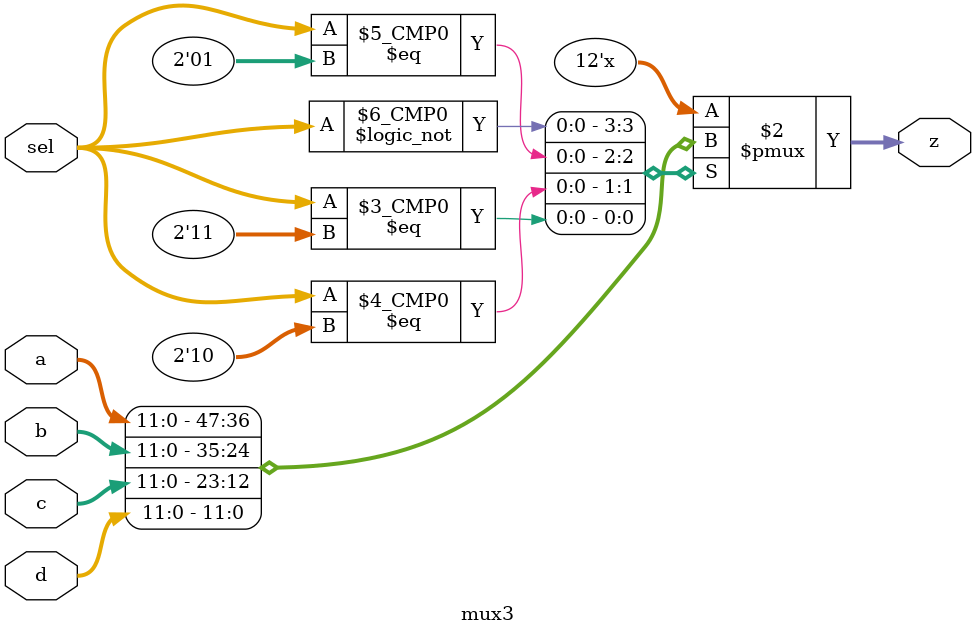
<source format=v>
`timescale 1ns / 1ps


module registerFile(input clk, input write_enable, input[1:0] register_select, input [15:0] data_in, output [15:0] A_Data, output [15:0] B_Data);
reg [15:0]registerBlock[1:0];
assign A_Data = registerBlock[0];
assign B_Data = registerBlock[1];

always@(negedge clk)
begin
    if(write_enable)
        registerBlock[register_select] = data_in;
end
endmodule

module memory(input clk, input [11:0] address, input write_en, input [15:0] data_in, 
              input [11:0] PC, input SW,input SR, input [11:0]SP, 
              output [15:0] instruction, output reg [15:0] data_out, 
              output reg [11:0] newSP, output reg[11:0] w_addr, output reg[15:0] w_data, output [15:0] mem_SP);
 reg [15:0]mem[4095:0];
 reg [16:0] SP_temp;
 assign instruction = mem[PC];//provides data at program counter
 assign mem_SP = mem[SP + 4'h0001];//provides data at the top of the stack
   //initial begin
   /*mem[82] = 16'habcd;
   mem[256] = 16'h0000;
   mem[257] = 16'h0001;
   mem[258] = 16'h0002;
   mem[259] = 16'h0003;
   mem[260] = 16'hffff;
   mem[261] = 16'haaaa;*/
   
   //test1
   /*mem[0] = 16'h7400;//CLB
   mem[1] = 16'h7300;//CLA
   mem[2] = 16'h1104;//LDB 0x0104
   mem[3] = 16'h0102;//LDA 0x0102
   mem[4] = 16'h7500;//CMB
   mem[5] = 16'h7600;//INCB 
   mem[6] = 16'h7100;//ADD
   mem[7] = 16'h1103;//LDB 0x0103
   mem[8] = 16'h7200;//AND
   mem[9] = 16'h2500;//STA 0x0500
   mem[10] = 16'h3500;//LDB 0x0500
   mem[11] = 16'hf400;//HALT
   mem[12] = 16'h0000;//GARBAGE
   mem[13] = 16'h0000;//GARBAGE
   mem[14] = 16'h0000;//GARBAGE*/
   
    //test2
   /*mem[0] = 16'h7400;//CLB
   mem[1] = 16'h7300;//CLA
   mem[2] = 16'h7800;//CLC
   mem[3] = 16'h7900;//CLZ
   mem[4] = 16'h1103;//LDB 0x0103
   mem[5] = 16'h7100;//ADD
   mem[6] = 16'h7700;//DECB
   mem[7] = 16'h7100;//ADD
   mem[8] = 16'h7d00;//SZ
   mem[9] = 16'h4006;//JMP6
   mem[10] = 16'hf400;//HALT
   mem[11] = 16'h0000;//GARBAGE
   mem[12] = 16'h0000;//GARBAGE
   mem[13] = 16'h0000;//GARBAGE*/
   
  //test3
  /*mem[0] = 16'h7400;//CLB
  mem[1] = 16'h7300;//CLA
  mem[2] = 16'h7a00;//ION
  mem[3] = 16'h0104;//LDA 0x0104
  //mem[4] = 16'hc000;//POPA
  mem[4] = 16'hf400;//HALT
  mem[5] = 16'h0000;//GARBAGE
  mem[6] = 16'h0000;//GARBAGE
  mem[7] = 16'h0000;//GARBAGE
  
  //ISR
  mem[512] = 16'h0052;//LDA 0x0052
  mem[513] = 16'h1101;//LDB 0x0101
  mem[514] = 16'h7100;//ADD
  mem[515] = 16'h7400;//CLB
  mem[516] = 16'he000;//RET
  mem[517] = 16'h0000;//GARBAGE
  mem[518] = 16'h0000;//GARBAGE
  mem[519] = 16'h0000;//GARBAGE*/
  
  /*mem[0] = 16'b0000_0000_0101_0110;//LDA M[86]
     mem[1] = 16'b1010_0000_0000_0000;//PUSH A
     mem[2] = 16'b0000_0000_0101_0000;//LDA M[80]
     mem[3] = 16'b0001_0000_0101_0001;//LDB M[81]
     mem[4] = 16'b0010_0000_0101_0010;//STA M[82]
     mem[5] = 16'b0011_0000_0101_0011;//STB M[83]
     mem[6] = 16'b1010_0000_0000_0000;//PUSH A
     mem[7] = 16'b0000_0000_0101_0101;//LDA M[85]
     mem[8] = 16'b1100_0000_0000_0000;//POP A
     mem[9] = 16'b1110_0000_0000_0000;//RET
     mem[80] = 16'b0000_0000_0000_0011;
     mem[81] = 16'b0000_0000_0000_1111;
     mem[85] = 16'b0000_0000_0000_1100;
     mem[86] = 16'b0000_0000_0000_0000;*/
   
    //Option 1
    /*mem[80] = 6; //size of array
    mem[81] = 82; //starting index
    mem[82] = 16'd131;
    mem[83] = 16'd82;
    mem[84] = 16'd77;
    mem[85] = -50;
    mem[86] = 16'd452;
    mem[87] = 16'd241;
    mem[90] = 0;
    
    mem[0] = 16'h0052; //LDA M[82]
    mem[1] = 16'ha000; //PUSH A
    mem[2] = 16'h0053; //LDA M[83]
    mem[3] = 16'ha000; //PUSH A
    mem[4] = 16'h0054; //LDA M[84]
    mem[5] = 16'ha000; //PUSH A
    mem[6] = 16'h0055; //LDA M[85]
    mem[7] = 16'ha000; //PUSH A
    mem[8] = 16'h0056; //LDA M[86]
    mem[9] = 16'ha000; //PUSH A
    mem[10] = 16'h0057; //LDA M[87]
    mem[11] = 16'ha000; //PUSH A
    mem[12] = 16'h7300; //CLA
    mem[13] = 16'h1050; //LDB M[80]
    
    mem[14] = 16'h3050; //STB M[80] //keep track of counter
    mem[15] = 16'h105a; //LDB M[90] //get current sum result
    mem[16] = 16'hc000; //POP A
    mem[17] = 16'h7100; //ADD
    mem[18] = 16'h205a; //STA M[90]
    mem[19] = 16'h1050; //LDB M[80] //load counter value
    mem[20] = 16'h7300;//CLA
    mem[21] = 16'h7700;//DECB
    mem[22] = 16'h7100;//ADD
    mem[23] = 16'h7d00;//SZ
    mem[24] = 16'h400e;//JMP 14
    mem[25] = 16'hf400;//HALT
    mem[26] = 16'h0000;//GARBAGE
    mem[27] = 16'h0000;//GARBAGE
    mem[28] = 16'h0000;//GARBAGE*/
    
    //option 2
   /* mem[80] = 16'h8000;
    mem[81] = 16'h0050; //input A
    mem[82] = 16'h0002; //input B
    
    //subroutine
    mem[100] = 16'h7100; //ADD
    mem[101] = 16'hf300; //double A
    mem[102] = 16'h1050; //LDB M[80]
    mem[103] = 16'h205a; //STA M[90]
    mem[104] = 16'h105a; //LDB M[90]
    mem[105] = 16'h7500; //CMB
    mem[106] = 16'h7600; //INCB
    mem[107] = 16'h305a; //STB M[90]
    mem[108] = 16'he000;//RET
    
    //main routine
    mem[0] = 16'h0051; //LDA M[81]
    mem[1] = 16'h1052; //LDB M[82]
    mem[2] = 16'h8064; //JSR 100
    mem[3] = 16'hf400;//HALT*/
   //end
  
   always@(negedge clk)
   begin
        newSP = SP;
        if(write_en) begin
            mem[address] = data_in;
            w_addr = address;//w_addr and w_data drive the outputs to thte top uUTD module
            w_data = data_in;
            if(SW)//if we push to the stack
            begin
                newSP = SP - 1;
                if(newSP < 0)
                    newSP = 0;
            end
        end

        
        if(SR)//if we intend to pop from the stack
        begin
            SP_temp = SP + 1;
            if(SP_temp > 4095)
                newSP = 4095;
            else
                newSP = SP_temp;
            data_out = mem[newSP]; 
        end
        else
            data_out = mem[address];
   end
   
endmodule

module ALU(input [15:0] a, input [15:0] b, input [7:0] fs, output reg [15:0] alu_out, output reg Z, output reg C);
    reg [16:0] z;//temporary register to perfrom operations and detect overflows
    always@(fs, a, b) begin
        C=0;
        Z=0;
        case(fs)//case of opCode
            8'b0111_0001:begin//ADD
                z = a + b;
                if (z[16] == 1 && fs != 8'b0000_1000)
                    C = 1;
            end 
            8'b0111_0010:begin//AND
                z = a & b;
            end 
            8'b0111_0011:begin//CLA
                z = 0;
            end 
            8'b0111_0100:begin//CLB
                z = 0;
            end
            8'b0111_0101:begin//CMB
                //z = ~b;
                z = b ^ 17'b11111_1111_1111_1111;
            end
            8'b0111_0110:begin//INCB
                z = b + 16'b0000_0000_0001;
            end 
            8'b0111_0111:begin//DECB
                z = b - 16'b0000_0000_0001;
                
            end 
            8'b0111_1000:begin//CLC
                C = 0;
            end
            8'b0111_1001:begin//CLZ
                Z = 0;
            end
            8'b1111_0000:begin//left shift a by b
                z = a << b;
            end
            8'b1111_0001:begin//right shift a by b
                z = a >> b;
            end
            8'b1111_0010:begin//is even (a <- 1 if b is even and a <- 0 if b is odd)
                if (b[0] == 0)
                    z = 1;
                else
                    z = 0;
            end
            8'b1111_0011:begin//double a
                z = a << 1;
            end
            default:begin
            end 
        endcase
        alu_out = z[15:0];
        if (alu_out == 0 && fs != 8'b0000_1000)
            Z=1;
    end  
endmodule

module instructionDecoder(input [15:0]instruction, input C, input Z, output reg RW, output reg[1:0] RS, output reg [1:0]M1, output reg M2, 
                          output reg[1:0] M3, output reg [1:0]M4, output reg [11:0]MA, output reg MW, output reg [7:0] FS, 
                          output reg SW, output reg SR, output reg R_ALL, output reg [1:0]isJSR, output reg INT, output reg isINTOFF, 
                          output reg isHALT, output reg isSKP, output reg isRET);
    reg [7:0] opCode;
    reg [3:0] opCode_h;
    always@(instruction)
    begin
    MA = instruction[11:0];
    FS = instruction[15:8];
    opCode = instruction[15:8];
    opCode_h = instruction[15:12];
       RW = 0;     RS = 2'b00;   M1 = 2'b00;     M2 = 0;     M3 = 0;     M4 = 2'b00;     
       MW = 0;     SW = 0;     SR = 0;      R_ALL = 0;     isJSR = 0;     INT = 0;
       isINTOFF = 0;    isHALT = 0;     isSKP = 0;   isRET = 0;
   
    if(opCode_h != 4'b0111)//if instruction uses direct or stack addressing
        begin
        case(opCode_h)//only look at most significant 4 bits
            4'b0000: //LDA
                begin
                    RW = 1;     RS = 0;    M1 = 2'b00;     M2 = 1;     M3 = 0;     M4 = 2'b00;     MW = 0;     SW = 0;     SR = 0;      R_ALL = 0;
                end
            4'b0001: //LDB
                begin
                    RW = 1;     RS = 1;    M1 = 2'b00;     M2 = 1;     M3 = 0;     M4 = 2'b00;     MW = 0;     SW = 0;     SR = 0;      R_ALL = 0;
                 end
            4'b0010: //STA
                 begin
                     RW = 0;    RS = 0;    M1 = 2'b00;     M2 = 0;     M3 = 0;     M4 = 2'b00;     MW = 1;     SW = 0;     SR = 0;      R_ALL = 0;
                 end
             4'b0011: //STB
                 begin
                     RW = 0;     RS = 1;   M1 = 2'b00;     M2 = 0;     M3 = 0;     M4 = 2'b01;     MW = 1;     SW = 0;     SR = 0;      R_ALL = 0;   isJSR = 2'b10;
                  end
             4'b0100: //JMP
                 begin
                     RW = 0;     RS = 0;   M1 = 2'b01;     M2 = 0;     M3 = 0;     M4 = 2'b00;     MW = 0;     SW = 0;     SR = 0;      R_ALL = 0;
                 end
             4'b1000: //JSR
                 begin
                     RW = 0;     RS = 0;   M1 = 2'b01;     M2 = 0;     M3 = 1;     M4 = 2'b10;     MW = 1;     SW = 1;     SR = 0;      R_ALL = 0; isJSR = 1;
                  end
             4'b1010: //PUSHA
                 begin
                     RW = 0;     RS = 0;   M1 = 2'b00;     M2 = 0;     M3 = 1;     M4 = 2'b01;     MW = 1;     SW = 1;     SR = 0;      R_ALL = 0;
                 end
             4'b1100: //POPA
                 begin
                     RW = 1;     RS = 0;   M1 = 2'b00;     M2 = 1;     M3 = 1;     M4 = 2'b00;     MW = 0;     SW = 0;     SR = 1;      R_ALL = 0;
                  end
             4'b1110: //RET
                 begin
                     RW = 0;     RS = 0;   M1 = 2'b11;     M2 = 0;     M3 = 0;     M4 = 2'b00;     MW = 0;     SW = 0;     SR = 1;      R_ALL = 0;      INT = 0;
                     isRET = 1;
                 end
        endcase
 ///////////////////////////////////////////////////////// Custom Instructions /////////////////////////////////////////////////////////    
                case(opCode)
                8'b1111_0000: //Left shift a by b
                    begin
                        RW = 1;     RS = 0;   M1 = 2'b00;     M2 = 0;     M3 = 0;     M4 = 2'b00;     MW = 0;     SW = 0;     SR = 0;      R_ALL = 1;    isJSR = 0;
                    end
                8'b1111_0001: //right shift a by b
                    begin
                        RW = 1;     RS = 0;   M1 = 2'b00;     M2 = 0;     M3 = 0;     M4 = 2'b00;     MW = 0;     SW = 0;     SR = 0;      R_ALL = 1;    isJSR = 0;
                    end
                8'b1111_0010: //isEven (a <- 1 if b is even and a <- 0 if b is odd) 
                    begin
                        RW = 1;     RS = 0;   M1 = 2'b00;     M2 = 0;     M3 = 0;     M4 = 2'b00;     MW = 0;     SW = 0;     SR = 0;      R_ALL = 1;    isJSR = 0;
                    end    
                8'b1111_0011: //double a <- 2a 
                    begin
                        RW = 1;     RS = 0;   M1 = 2'b00;     M2 = 0;     M3 = 0;     M4 = 2'b00;     MW = 0;     SW = 0;     SR = 0;      R_ALL = 0;    isJSR = 0;
                    end
                8'b1111_0100: //Halt
                    begin
                        RW = 0;     RS = 0;   M1 = 2'b00;     M2 = 0;     M3 = 0;     M4 = 2'b00;     MW = 0;     SW = 0;     SR = 0;      R_ALL = 0;    isJSR = 0;
                        isHALT = 1;
                    end         
               endcase
        end
    else
        begin
        case(opCode)
            8'b0111_0001: //ADD
                 begin
                     RW = 1;     RS = 0;   M1 = 2'b00;     M2 = 0;     M3 = 0;     M4 = 2'b00;     MW = 0;     SW = 0;     SR = 0;      R_ALL = 1;
                 end
            8'b0111_0010: //AND
                 begin
                     RW = 1;     RS = 0;   M1 = 2'b00;     M2 = 0;     M3 = 0;     M4 = 2'b00;     MW = 0;     SW = 0;     SR = 0;      R_ALL = 1;
                 end
             8'b0111_0011: //CLA
                 begin
                     RW = 1;     RS = 0;   M1 = 2'b00;     M2 = 0;     M3 = 0;     M4 = 2'b00;     MW = 0;     SW = 0;     SR = 0;      R_ALL = 0;
                  end
             8'b0111_0100: //CLB
                 begin
                     RW = 1;     RS = 1;   M1 = 2'b00;     M2 = 0;     M3 = 0;     M4 = 2'b00;     MW = 0;     SW = 0;     SR = 0;      R_ALL = 0;
                 end
             8'b0111_0101: //CMB
                 begin
                     RW = 1;     RS = 1;   M1 = 2'b00;     M2 = 0;     M3 = 0;     M4 = 2'b10;     MW = 0;     SW = 0;     SR = 0;      R_ALL = 0;
                  end
             8'b0111_0110: //INCB
                 begin
                     RW = 1;     RS = 1;   M1 = 2'b00;     M2 = 0;     M3 = 0;     M4 = 2'b01;     MW = 0;     SW = 0;     SR = 0;      R_ALL = 0;
                 end
             8'b0111_0111: //DECB
                 begin
                     RW = 1;     RS = 1;   M1 = 2'b00;     M2 = 0;     M3 = 0;     M4 = 2'b00;     MW = 0;     SW = 0;     SR = 0;      R_ALL = 0;
                  end
             8'b0111_1000: //CLC
                 begin
                     RW = 0;     RS = 0;   M1 = 2'b00;     M2 = 0;     M3 = 0;     M4 = 2'b00;     MW = 0;     SW = 0;     SR = 0;      R_ALL = 0;
                 end
             8'b0111_1001: //CLZ
                 begin
                     RW = 0;     RS = 0;   M1 = 2'b00;     M2 = 0;     M3 = 0;     M4 = 2'b00;     MW = 0;     SW = 0;     SR = 0;      R_ALL = 0;
                 end
             8'b0111_1010: //ION
                 begin
                     RW = 0;     RS = 0;   M1 = 2'b00;     M2 = 0;     M3 = 0;     M4 = 2'b00;     MW = 0;     SW = 0;     SR = 0;      R_ALL = 0;      INT = 1;
                 end
             8'b0111_1011: //IOF
                 begin
                     RW = 0;     RS = 0;   M1 = 2'b00;     M2 = 0;     M3 = 0;     M4 = 2'b00;     MW = 0;     SW = 0;     SR = 0;      R_ALL = 0;      isINTOFF = 1;
                 end 
             8'b0111_1100: //SC
                 begin
                     RW = 0;     RS = 0;   M1 = 2'b00;     M2 = 0;     M3 = 0;     M4 = 2'b00;     MW = 0;     SW = 0;     SR = 0;      R_ALL = 0;    
                    isSKP = 1;
                    if(C == 1)
                        M1 = 2'b10;
                 end 
             8'b0111_1101: //SZ
                begin
                     RW = 0;     RS = 0;   M1 = 2'b00;     M2 = 0;     M3 = 0;     M4 = 2'b00;     MW = 0;     SW = 0;     SR = 0;      R_ALL = 0;    
                    isSKP = 1;
                    if(Z == 1)
                         M1 = 2'b10;
                end              
        endcase
        end
    end
endmodule

module mux4(//MUX4 selects what data gets written into memory
    input [15:0] a,
    input [15:0]b,
    input [15:0]c,
    input [15:0]d,
    input [1:0] sel,
    input [1:0]isJSR,
    input isLoad,
    output reg [15:0] z
    );
    always@(*) begin
        case(sel)
            2'b00: z=a; 
            2'b01: z=b; 
            2'b10: z=c; 
            2'b11: z=d;
         endcase
         if(isJSR == 2'b01)
            z = c;
         else if(isJSR == 2'b10)
            z = b;
         if(isLoad)
            z = d;
    end
endmodule

module mux1(//mux 1 selects what address gets written into the PC register
    input [11:0] a,
    input [11:0]b,
    input [11:0]c,
    input [11:0]d,
    input [1:0] sel,
    input isHALT,
    input isRET,
    output reg [11:0] z
    );
    always@(*) begin
        case(sel)
            2'b00: z=a; 
            2'b01: z=b; 
            2'b10: z=c; 
            2'b11: z=d;
         endcase
         if(isHALT)
            z = a - 1; //return current PC if halt is called
    end
endmodule

module mux2(//mux2 selects what data gets written into the register file 
    input [15:0] a,
    input [15:0]b,
    input  sel,
    output reg [15:0] z
    );
    always@(*) begin
        case(sel)
            1'b0: z=a; 
            1'b1: z=b; 
         endcase
    end
endmodule

module mux3(//mux 3 selects what address is used in the memory module
    input [11:0] a,
    input [11:0] b,
    input [11:0] c,
    input [11:0] d,
    input  [1:0] sel,
    output reg [11:0] z
    );
    always@(*) begin
        case(sel)
            2'b00: z=a; 
            2'b01: z=b; 
            2'b10: z=c; 
            2'b11: z=d; 
         endcase
    end
endmodule
</source>
